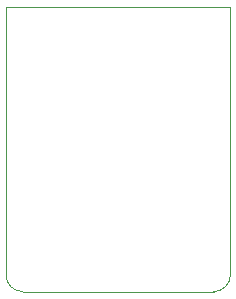
<source format=gm1>
G04 #@! TF.GenerationSoftware,KiCad,Pcbnew,(6.0.7)*
G04 #@! TF.CreationDate,2022-08-30T17:39:21-06:00*
G04 #@! TF.ProjectId,malenki-1616-3A,6d616c65-6e6b-4692-9d31-3631362d3341,rev?*
G04 #@! TF.SameCoordinates,Original*
G04 #@! TF.FileFunction,Profile,NP*
%FSLAX46Y46*%
G04 Gerber Fmt 4.6, Leading zero omitted, Abs format (unit mm)*
G04 Created by KiCad (PCBNEW (6.0.7)) date 2022-08-30 17:39:21*
%MOMM*%
%LPD*%
G01*
G04 APERTURE LIST*
G04 #@! TA.AperFunction,Profile*
%ADD10C,0.050000*%
G04 #@! TD*
G04 APERTURE END LIST*
D10*
X155400000Y-61722000D02*
X136398000Y-61722000D01*
X155400000Y-84400000D02*
X155400000Y-61722000D01*
X136395182Y-84393006D02*
G75*
G03*
X137800000Y-85804835I1404818J-6994D01*
G01*
X137800000Y-85804835D02*
X153988171Y-85804818D01*
X153988171Y-85804782D02*
G75*
G03*
X155400000Y-84400000I7029J1404782D01*
G01*
X136398000Y-61722000D02*
X136395182Y-84393006D01*
M02*

</source>
